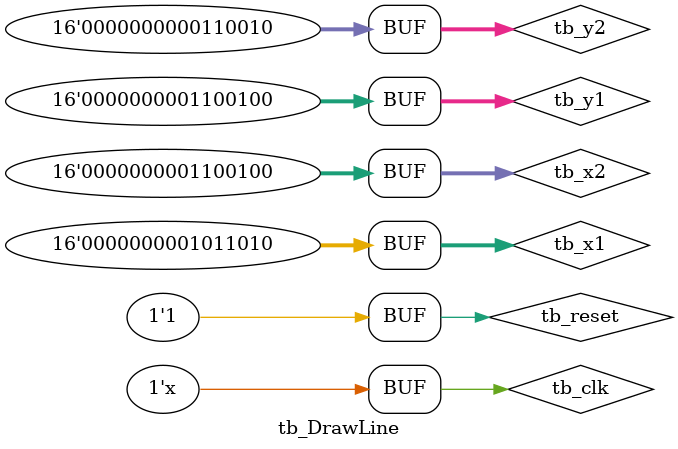
<source format=sv>

`timescale 1 ns / 100 ps

module tb_DrawLine
();

	// DUT Signals
	reg tb_clk;
	reg tb_reset;
	reg[15:0] tb_x1;
	reg[15:0] tb_y1;
	reg[15:0] tb_x2;
	reg[15:0] tb_y2;
	reg tb_get_pixel;
	wire[15:0] tb_x_o;
	wire[15:0] tb_y_o;

	//Connections
	DrawLine U1 (.x1(tb_x1),
			.y1(tb_y1),
			.x2(tb_x2),
			.y2(tb_y2),
			.get_pixel(tb_get_pixel),
			.x_o(tb_x_o),
			.y_o(tb_y_o));

	//Clock Signal
	always
	begin
		#2 tb_clk = !tb_clk;
	end

	initial
	begin
		//Initializations
		tb_clk = 1'b0;
		tb_reset = 1'b0;
		tb_x1 = 16'd100;
		tb_x2 = 16'd50;
		tb_y1 = 16'd90;
		tb_y2 = 16'd100;
		
		#4;
		tb_reset = 1'b1;
		#4;
		tb_reset = 1'b0;
		tb_x1 = 16'd90;
		tb_x2 = 16'd100;
		tb_y1 = 16'd100;
		tb_y2 = 16'd50;
		#4
		tb_reset = 1'b1;
	end

endmodule

</source>
